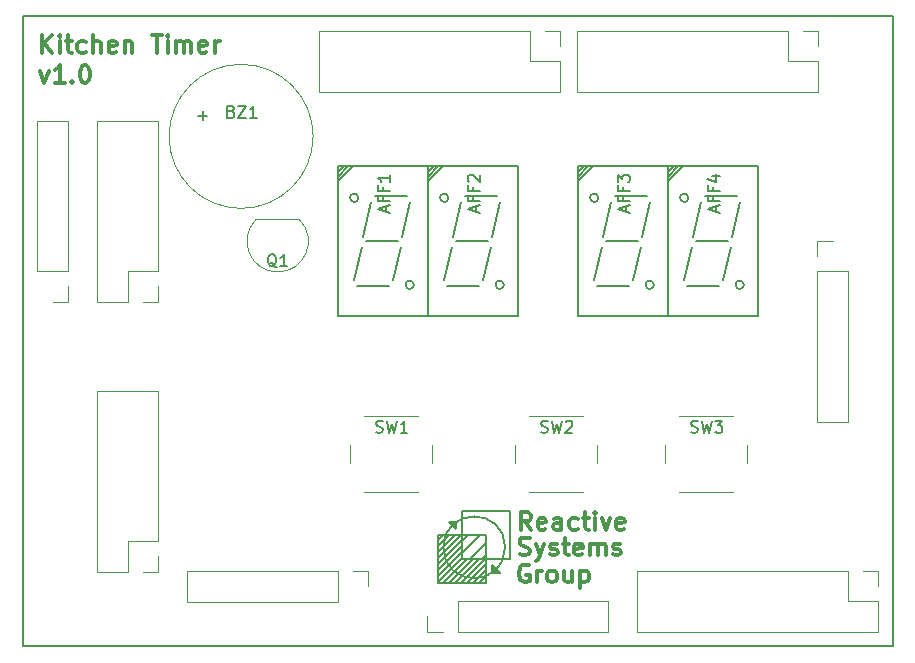
<source format=gbr>
G04 #@! TF.FileFunction,Legend,Top*
%FSLAX46Y46*%
G04 Gerber Fmt 4.6, Leading zero omitted, Abs format (unit mm)*
G04 Created by KiCad (PCBNEW 4.0.7) date Fri Jun  7 08:16:43 2019*
%MOMM*%
%LPD*%
G01*
G04 APERTURE LIST*
%ADD10C,0.100000*%
%ADD11C,0.300000*%
%ADD12C,0.200000*%
%ADD13C,0.150000*%
%ADD14C,0.120000*%
G04 APERTURE END LIST*
D10*
D11*
X19407143Y-20866571D02*
X19407143Y-19366571D01*
X20264286Y-20866571D02*
X19621429Y-20009429D01*
X20264286Y-19366571D02*
X19407143Y-20223714D01*
X20907143Y-20866571D02*
X20907143Y-19866571D01*
X20907143Y-19366571D02*
X20835714Y-19438000D01*
X20907143Y-19509429D01*
X20978571Y-19438000D01*
X20907143Y-19366571D01*
X20907143Y-19509429D01*
X21407143Y-19866571D02*
X21978572Y-19866571D01*
X21621429Y-19366571D02*
X21621429Y-20652286D01*
X21692857Y-20795143D01*
X21835715Y-20866571D01*
X21978572Y-20866571D01*
X23121429Y-20795143D02*
X22978572Y-20866571D01*
X22692858Y-20866571D01*
X22550000Y-20795143D01*
X22478572Y-20723714D01*
X22407143Y-20580857D01*
X22407143Y-20152286D01*
X22478572Y-20009429D01*
X22550000Y-19938000D01*
X22692858Y-19866571D01*
X22978572Y-19866571D01*
X23121429Y-19938000D01*
X23764286Y-20866571D02*
X23764286Y-19366571D01*
X24407143Y-20866571D02*
X24407143Y-20080857D01*
X24335714Y-19938000D01*
X24192857Y-19866571D01*
X23978572Y-19866571D01*
X23835714Y-19938000D01*
X23764286Y-20009429D01*
X25692857Y-20795143D02*
X25550000Y-20866571D01*
X25264286Y-20866571D01*
X25121429Y-20795143D01*
X25050000Y-20652286D01*
X25050000Y-20080857D01*
X25121429Y-19938000D01*
X25264286Y-19866571D01*
X25550000Y-19866571D01*
X25692857Y-19938000D01*
X25764286Y-20080857D01*
X25764286Y-20223714D01*
X25050000Y-20366571D01*
X26407143Y-19866571D02*
X26407143Y-20866571D01*
X26407143Y-20009429D02*
X26478571Y-19938000D01*
X26621429Y-19866571D01*
X26835714Y-19866571D01*
X26978571Y-19938000D01*
X27050000Y-20080857D01*
X27050000Y-20866571D01*
X28692857Y-19366571D02*
X29550000Y-19366571D01*
X29121429Y-20866571D02*
X29121429Y-19366571D01*
X30050000Y-20866571D02*
X30050000Y-19866571D01*
X30050000Y-19366571D02*
X29978571Y-19438000D01*
X30050000Y-19509429D01*
X30121428Y-19438000D01*
X30050000Y-19366571D01*
X30050000Y-19509429D01*
X30764286Y-20866571D02*
X30764286Y-19866571D01*
X30764286Y-20009429D02*
X30835714Y-19938000D01*
X30978572Y-19866571D01*
X31192857Y-19866571D01*
X31335714Y-19938000D01*
X31407143Y-20080857D01*
X31407143Y-20866571D01*
X31407143Y-20080857D02*
X31478572Y-19938000D01*
X31621429Y-19866571D01*
X31835714Y-19866571D01*
X31978572Y-19938000D01*
X32050000Y-20080857D01*
X32050000Y-20866571D01*
X33335714Y-20795143D02*
X33192857Y-20866571D01*
X32907143Y-20866571D01*
X32764286Y-20795143D01*
X32692857Y-20652286D01*
X32692857Y-20080857D01*
X32764286Y-19938000D01*
X32907143Y-19866571D01*
X33192857Y-19866571D01*
X33335714Y-19938000D01*
X33407143Y-20080857D01*
X33407143Y-20223714D01*
X32692857Y-20366571D01*
X34050000Y-20866571D02*
X34050000Y-19866571D01*
X34050000Y-20152286D02*
X34121428Y-20009429D01*
X34192857Y-19938000D01*
X34335714Y-19866571D01*
X34478571Y-19866571D01*
X19264286Y-22416571D02*
X19621429Y-23416571D01*
X19978571Y-22416571D01*
X21335714Y-23416571D02*
X20478571Y-23416571D01*
X20907143Y-23416571D02*
X20907143Y-21916571D01*
X20764286Y-22130857D01*
X20621428Y-22273714D01*
X20478571Y-22345143D01*
X21978571Y-23273714D02*
X22049999Y-23345143D01*
X21978571Y-23416571D01*
X21907142Y-23345143D01*
X21978571Y-23273714D01*
X21978571Y-23416571D01*
X22978571Y-21916571D02*
X23121428Y-21916571D01*
X23264285Y-21988000D01*
X23335714Y-22059429D01*
X23407143Y-22202286D01*
X23478571Y-22488000D01*
X23478571Y-22845143D01*
X23407143Y-23130857D01*
X23335714Y-23273714D01*
X23264285Y-23345143D01*
X23121428Y-23416571D01*
X22978571Y-23416571D01*
X22835714Y-23345143D01*
X22764285Y-23273714D01*
X22692857Y-23130857D01*
X22621428Y-22845143D01*
X22621428Y-22488000D01*
X22692857Y-22202286D01*
X22764285Y-22059429D01*
X22835714Y-21988000D01*
X22978571Y-21916571D01*
D12*
X57785000Y-64770000D02*
X57912000Y-64770000D01*
X57658000Y-64516000D02*
X57658000Y-64770000D01*
X57531000Y-64897000D02*
X57531000Y-64262000D01*
X58166000Y-64897000D02*
X57531000Y-64897000D01*
X57531000Y-64262000D02*
X58166000Y-64897000D01*
X54483000Y-60706000D02*
X54356000Y-60833000D01*
X54102000Y-60706000D02*
X54483000Y-60706000D01*
X54483000Y-61087000D02*
X54102000Y-60706000D01*
X54483000Y-60579000D02*
X54483000Y-61087000D01*
X53848000Y-60579000D02*
X54483000Y-60579000D01*
X54483000Y-61214000D02*
X53848000Y-60579000D01*
X56896000Y-65786000D02*
X57023000Y-65659000D01*
X56388000Y-65786000D02*
X57023000Y-65151000D01*
X57023000Y-64643000D02*
X56388000Y-65278000D01*
X55880000Y-65786000D02*
X57023000Y-64643000D01*
X55372000Y-65786000D02*
X57023000Y-64135000D01*
X54864000Y-65786000D02*
X56896000Y-63754000D01*
X54356000Y-65786000D02*
X56388000Y-63754000D01*
X53848000Y-65786000D02*
X55880000Y-63754000D01*
X53340000Y-65786000D02*
X55372000Y-63754000D01*
X54991000Y-63627000D02*
X54991000Y-63500000D01*
X52959000Y-65659000D02*
X54991000Y-63627000D01*
X52959000Y-65151000D02*
X54991000Y-63119000D01*
X52959000Y-64643000D02*
X54991000Y-62611000D01*
X52959000Y-64135000D02*
X54991000Y-62103000D01*
X52959000Y-63627000D02*
X54864000Y-61722000D01*
X52959000Y-63119000D02*
X54356000Y-61722000D01*
X52959000Y-62611000D02*
X53848000Y-61722000D01*
X52959000Y-62103000D02*
X53340000Y-61722000D01*
X56642000Y-63754000D02*
X57023000Y-63373000D01*
X55626000Y-63754000D02*
X57023000Y-62357000D01*
X54991000Y-63246000D02*
X56515000Y-61722000D01*
X54991000Y-62230000D02*
X55499000Y-61722000D01*
X58622090Y-62738000D02*
G75*
G03X58622090Y-62738000I-2615090J0D01*
G01*
X52959000Y-61722000D02*
X57023000Y-61722000D01*
X52959000Y-65786000D02*
X52959000Y-61722000D01*
X57023000Y-65786000D02*
X52959000Y-65786000D01*
X57023000Y-61722000D02*
X57023000Y-65786000D01*
X54991000Y-59690000D02*
X59055000Y-59690000D01*
X54991000Y-63754000D02*
X54991000Y-59690000D01*
X59055000Y-63754000D02*
X54991000Y-63754000D01*
X59055000Y-59690000D02*
X59055000Y-63754000D01*
D11*
X60630857Y-64274000D02*
X60488000Y-64202571D01*
X60273714Y-64202571D01*
X60059429Y-64274000D01*
X59916571Y-64416857D01*
X59845143Y-64559714D01*
X59773714Y-64845429D01*
X59773714Y-65059714D01*
X59845143Y-65345429D01*
X59916571Y-65488286D01*
X60059429Y-65631143D01*
X60273714Y-65702571D01*
X60416571Y-65702571D01*
X60630857Y-65631143D01*
X60702286Y-65559714D01*
X60702286Y-65059714D01*
X60416571Y-65059714D01*
X61345143Y-65702571D02*
X61345143Y-64702571D01*
X61345143Y-64988286D02*
X61416571Y-64845429D01*
X61488000Y-64774000D01*
X61630857Y-64702571D01*
X61773714Y-64702571D01*
X62488000Y-65702571D02*
X62345142Y-65631143D01*
X62273714Y-65559714D01*
X62202285Y-65416857D01*
X62202285Y-64988286D01*
X62273714Y-64845429D01*
X62345142Y-64774000D01*
X62488000Y-64702571D01*
X62702285Y-64702571D01*
X62845142Y-64774000D01*
X62916571Y-64845429D01*
X62988000Y-64988286D01*
X62988000Y-65416857D01*
X62916571Y-65559714D01*
X62845142Y-65631143D01*
X62702285Y-65702571D01*
X62488000Y-65702571D01*
X64273714Y-64702571D02*
X64273714Y-65702571D01*
X63630857Y-64702571D02*
X63630857Y-65488286D01*
X63702285Y-65631143D01*
X63845143Y-65702571D01*
X64059428Y-65702571D01*
X64202285Y-65631143D01*
X64273714Y-65559714D01*
X64988000Y-64702571D02*
X64988000Y-66202571D01*
X64988000Y-64774000D02*
X65130857Y-64702571D01*
X65416571Y-64702571D01*
X65559428Y-64774000D01*
X65630857Y-64845429D01*
X65702286Y-64988286D01*
X65702286Y-65416857D01*
X65630857Y-65559714D01*
X65559428Y-65631143D01*
X65416571Y-65702571D01*
X65130857Y-65702571D01*
X64988000Y-65631143D01*
X59849286Y-63345143D02*
X60063572Y-63416571D01*
X60420715Y-63416571D01*
X60563572Y-63345143D01*
X60635001Y-63273714D01*
X60706429Y-63130857D01*
X60706429Y-62988000D01*
X60635001Y-62845143D01*
X60563572Y-62773714D01*
X60420715Y-62702286D01*
X60135001Y-62630857D01*
X59992143Y-62559429D01*
X59920715Y-62488000D01*
X59849286Y-62345143D01*
X59849286Y-62202286D01*
X59920715Y-62059429D01*
X59992143Y-61988000D01*
X60135001Y-61916571D01*
X60492143Y-61916571D01*
X60706429Y-61988000D01*
X61206429Y-62416571D02*
X61563572Y-63416571D01*
X61920714Y-62416571D02*
X61563572Y-63416571D01*
X61420714Y-63773714D01*
X61349286Y-63845143D01*
X61206429Y-63916571D01*
X62420714Y-63345143D02*
X62563571Y-63416571D01*
X62849286Y-63416571D01*
X62992143Y-63345143D01*
X63063571Y-63202286D01*
X63063571Y-63130857D01*
X62992143Y-62988000D01*
X62849286Y-62916571D01*
X62635000Y-62916571D01*
X62492143Y-62845143D01*
X62420714Y-62702286D01*
X62420714Y-62630857D01*
X62492143Y-62488000D01*
X62635000Y-62416571D01*
X62849286Y-62416571D01*
X62992143Y-62488000D01*
X63492143Y-62416571D02*
X64063572Y-62416571D01*
X63706429Y-61916571D02*
X63706429Y-63202286D01*
X63777857Y-63345143D01*
X63920715Y-63416571D01*
X64063572Y-63416571D01*
X65135000Y-63345143D02*
X64992143Y-63416571D01*
X64706429Y-63416571D01*
X64563572Y-63345143D01*
X64492143Y-63202286D01*
X64492143Y-62630857D01*
X64563572Y-62488000D01*
X64706429Y-62416571D01*
X64992143Y-62416571D01*
X65135000Y-62488000D01*
X65206429Y-62630857D01*
X65206429Y-62773714D01*
X64492143Y-62916571D01*
X65849286Y-63416571D02*
X65849286Y-62416571D01*
X65849286Y-62559429D02*
X65920714Y-62488000D01*
X66063572Y-62416571D01*
X66277857Y-62416571D01*
X66420714Y-62488000D01*
X66492143Y-62630857D01*
X66492143Y-63416571D01*
X66492143Y-62630857D02*
X66563572Y-62488000D01*
X66706429Y-62416571D01*
X66920714Y-62416571D01*
X67063572Y-62488000D01*
X67135000Y-62630857D01*
X67135000Y-63416571D01*
X67777857Y-63345143D02*
X67920714Y-63416571D01*
X68206429Y-63416571D01*
X68349286Y-63345143D01*
X68420714Y-63202286D01*
X68420714Y-63130857D01*
X68349286Y-62988000D01*
X68206429Y-62916571D01*
X67992143Y-62916571D01*
X67849286Y-62845143D01*
X67777857Y-62702286D01*
X67777857Y-62630857D01*
X67849286Y-62488000D01*
X67992143Y-62416571D01*
X68206429Y-62416571D01*
X68349286Y-62488000D01*
X60825572Y-61257571D02*
X60325572Y-60543286D01*
X59968429Y-61257571D02*
X59968429Y-59757571D01*
X60539857Y-59757571D01*
X60682715Y-59829000D01*
X60754143Y-59900429D01*
X60825572Y-60043286D01*
X60825572Y-60257571D01*
X60754143Y-60400429D01*
X60682715Y-60471857D01*
X60539857Y-60543286D01*
X59968429Y-60543286D01*
X62039857Y-61186143D02*
X61897000Y-61257571D01*
X61611286Y-61257571D01*
X61468429Y-61186143D01*
X61397000Y-61043286D01*
X61397000Y-60471857D01*
X61468429Y-60329000D01*
X61611286Y-60257571D01*
X61897000Y-60257571D01*
X62039857Y-60329000D01*
X62111286Y-60471857D01*
X62111286Y-60614714D01*
X61397000Y-60757571D01*
X63397000Y-61257571D02*
X63397000Y-60471857D01*
X63325571Y-60329000D01*
X63182714Y-60257571D01*
X62897000Y-60257571D01*
X62754143Y-60329000D01*
X63397000Y-61186143D02*
X63254143Y-61257571D01*
X62897000Y-61257571D01*
X62754143Y-61186143D01*
X62682714Y-61043286D01*
X62682714Y-60900429D01*
X62754143Y-60757571D01*
X62897000Y-60686143D01*
X63254143Y-60686143D01*
X63397000Y-60614714D01*
X64754143Y-61186143D02*
X64611286Y-61257571D01*
X64325572Y-61257571D01*
X64182714Y-61186143D01*
X64111286Y-61114714D01*
X64039857Y-60971857D01*
X64039857Y-60543286D01*
X64111286Y-60400429D01*
X64182714Y-60329000D01*
X64325572Y-60257571D01*
X64611286Y-60257571D01*
X64754143Y-60329000D01*
X65182714Y-60257571D02*
X65754143Y-60257571D01*
X65397000Y-59757571D02*
X65397000Y-61043286D01*
X65468428Y-61186143D01*
X65611286Y-61257571D01*
X65754143Y-61257571D01*
X66254143Y-61257571D02*
X66254143Y-60257571D01*
X66254143Y-59757571D02*
X66182714Y-59829000D01*
X66254143Y-59900429D01*
X66325571Y-59829000D01*
X66254143Y-59757571D01*
X66254143Y-59900429D01*
X66825572Y-60257571D02*
X67182715Y-61257571D01*
X67539857Y-60257571D01*
X68682714Y-61186143D02*
X68539857Y-61257571D01*
X68254143Y-61257571D01*
X68111286Y-61186143D01*
X68039857Y-61043286D01*
X68039857Y-60471857D01*
X68111286Y-60329000D01*
X68254143Y-60257571D01*
X68539857Y-60257571D01*
X68682714Y-60329000D01*
X68754143Y-60471857D01*
X68754143Y-60614714D01*
X68039857Y-60757571D01*
D13*
X17780000Y-71120000D02*
X17780000Y-17780000D01*
X91440000Y-71120000D02*
X17780000Y-71120000D01*
X91440000Y-17780000D02*
X91440000Y-71120000D01*
X17780000Y-17780000D02*
X91440000Y-17780000D01*
X44450000Y-31750000D02*
X45720000Y-30480000D01*
X46206210Y-33147000D02*
G75*
G03X46206210Y-33147000I-359210J0D01*
G01*
X50905210Y-40513000D02*
G75*
G03X50905210Y-40513000I-359210J0D01*
G01*
X45847000Y-40132000D02*
X46482000Y-37338000D01*
X49149000Y-40132000D02*
X49784000Y-37338000D01*
X49911000Y-36449000D02*
X50546000Y-33528000D01*
X46609000Y-36449000D02*
X47244000Y-33528000D01*
X46101000Y-40640000D02*
X48768000Y-40640000D01*
X47625000Y-33020000D02*
X50292000Y-33020000D01*
X46863000Y-36830000D02*
X49530000Y-36830000D01*
X44450000Y-30988000D02*
X44958000Y-30480000D01*
X44450000Y-31369000D02*
X45339000Y-30480000D01*
X52070000Y-30480000D02*
X44450000Y-30480000D01*
X44450000Y-30480000D02*
X44450000Y-43180000D01*
X44450000Y-43180000D02*
X52070000Y-43180000D01*
X52070000Y-43180000D02*
X52070000Y-30480000D01*
X64770000Y-31750000D02*
X66040000Y-30480000D01*
X66526210Y-33147000D02*
G75*
G03X66526210Y-33147000I-359210J0D01*
G01*
X71225210Y-40513000D02*
G75*
G03X71225210Y-40513000I-359210J0D01*
G01*
X66167000Y-40132000D02*
X66802000Y-37338000D01*
X69469000Y-40132000D02*
X70104000Y-37338000D01*
X70231000Y-36449000D02*
X70866000Y-33528000D01*
X66929000Y-36449000D02*
X67564000Y-33528000D01*
X66421000Y-40640000D02*
X69088000Y-40640000D01*
X67945000Y-33020000D02*
X70612000Y-33020000D01*
X67183000Y-36830000D02*
X69850000Y-36830000D01*
X64770000Y-30988000D02*
X65278000Y-30480000D01*
X64770000Y-31369000D02*
X65659000Y-30480000D01*
X72390000Y-30480000D02*
X64770000Y-30480000D01*
X64770000Y-30480000D02*
X64770000Y-43180000D01*
X64770000Y-43180000D02*
X72390000Y-43180000D01*
X72390000Y-43180000D02*
X72390000Y-30480000D01*
X72390000Y-31750000D02*
X73660000Y-30480000D01*
X74146210Y-33147000D02*
G75*
G03X74146210Y-33147000I-359210J0D01*
G01*
X78845210Y-40513000D02*
G75*
G03X78845210Y-40513000I-359210J0D01*
G01*
X73787000Y-40132000D02*
X74422000Y-37338000D01*
X77089000Y-40132000D02*
X77724000Y-37338000D01*
X77851000Y-36449000D02*
X78486000Y-33528000D01*
X74549000Y-36449000D02*
X75184000Y-33528000D01*
X74041000Y-40640000D02*
X76708000Y-40640000D01*
X75565000Y-33020000D02*
X78232000Y-33020000D01*
X74803000Y-36830000D02*
X77470000Y-36830000D01*
X72390000Y-30988000D02*
X72898000Y-30480000D01*
X72390000Y-31369000D02*
X73279000Y-30480000D01*
X80010000Y-30480000D02*
X72390000Y-30480000D01*
X72390000Y-30480000D02*
X72390000Y-43180000D01*
X72390000Y-43180000D02*
X80010000Y-43180000D01*
X80010000Y-43180000D02*
X80010000Y-30480000D01*
X52070000Y-31750000D02*
X53340000Y-30480000D01*
X53826210Y-33147000D02*
G75*
G03X53826210Y-33147000I-359210J0D01*
G01*
X58525210Y-40513000D02*
G75*
G03X58525210Y-40513000I-359210J0D01*
G01*
X53467000Y-40132000D02*
X54102000Y-37338000D01*
X56769000Y-40132000D02*
X57404000Y-37338000D01*
X57531000Y-36449000D02*
X58166000Y-33528000D01*
X54229000Y-36449000D02*
X54864000Y-33528000D01*
X53721000Y-40640000D02*
X56388000Y-40640000D01*
X55245000Y-33020000D02*
X57912000Y-33020000D01*
X54483000Y-36830000D02*
X57150000Y-36830000D01*
X52070000Y-30988000D02*
X52578000Y-30480000D01*
X52070000Y-31369000D02*
X52959000Y-30480000D01*
X59690000Y-30480000D02*
X52070000Y-30480000D01*
X52070000Y-30480000D02*
X52070000Y-43180000D01*
X52070000Y-43180000D02*
X59690000Y-43180000D01*
X59690000Y-43180000D02*
X59690000Y-30480000D01*
D14*
X21650000Y-26610000D02*
X18990000Y-26610000D01*
X21650000Y-39370000D02*
X21650000Y-26610000D01*
X18990000Y-39370000D02*
X18990000Y-26610000D01*
X21650000Y-39370000D02*
X18990000Y-39370000D01*
X21650000Y-40640000D02*
X21650000Y-41970000D01*
X21650000Y-41970000D02*
X20320000Y-41970000D01*
X69790000Y-64710000D02*
X69790000Y-69910000D01*
X87630000Y-64710000D02*
X69790000Y-64710000D01*
X90230000Y-69910000D02*
X69790000Y-69910000D01*
X87630000Y-64710000D02*
X87630000Y-67310000D01*
X87630000Y-67310000D02*
X90230000Y-67310000D01*
X90230000Y-67310000D02*
X90230000Y-69910000D01*
X88900000Y-64710000D02*
X90230000Y-64710000D01*
X90230000Y-64710000D02*
X90230000Y-66040000D01*
X31690000Y-64710000D02*
X31690000Y-67370000D01*
X44450000Y-64710000D02*
X31690000Y-64710000D01*
X44450000Y-67370000D02*
X31690000Y-67370000D01*
X44450000Y-64710000D02*
X44450000Y-67370000D01*
X45720000Y-64710000D02*
X47050000Y-64710000D01*
X47050000Y-64710000D02*
X47050000Y-66040000D01*
X42866000Y-18990000D02*
X42866000Y-24190000D01*
X60706000Y-18990000D02*
X42866000Y-18990000D01*
X63306000Y-24190000D02*
X42866000Y-24190000D01*
X60706000Y-18990000D02*
X60706000Y-21590000D01*
X60706000Y-21590000D02*
X63306000Y-21590000D01*
X63306000Y-21590000D02*
X63306000Y-24190000D01*
X61976000Y-18990000D02*
X63306000Y-18990000D01*
X63306000Y-18990000D02*
X63306000Y-20320000D01*
X67370000Y-69910000D02*
X67370000Y-67250000D01*
X54610000Y-69910000D02*
X67370000Y-69910000D01*
X54610000Y-67250000D02*
X67370000Y-67250000D01*
X54610000Y-69910000D02*
X54610000Y-67250000D01*
X53340000Y-69910000D02*
X52010000Y-69910000D01*
X52010000Y-69910000D02*
X52010000Y-68580000D01*
X64710000Y-18990000D02*
X64710000Y-24190000D01*
X82550000Y-18990000D02*
X64710000Y-18990000D01*
X85150000Y-24190000D02*
X64710000Y-24190000D01*
X82550000Y-18990000D02*
X82550000Y-21590000D01*
X82550000Y-21590000D02*
X85150000Y-21590000D01*
X85150000Y-21590000D02*
X85150000Y-24190000D01*
X83820000Y-18990000D02*
X85150000Y-18990000D01*
X85150000Y-18990000D02*
X85150000Y-20320000D01*
X85030000Y-52130000D02*
X87690000Y-52130000D01*
X85030000Y-39370000D02*
X85030000Y-52130000D01*
X87690000Y-39370000D02*
X87690000Y-52130000D01*
X85030000Y-39370000D02*
X87690000Y-39370000D01*
X85030000Y-38100000D02*
X85030000Y-36770000D01*
X85030000Y-36770000D02*
X86360000Y-36770000D01*
X29270000Y-26610000D02*
X24070000Y-26610000D01*
X29270000Y-39370000D02*
X29270000Y-26610000D01*
X24070000Y-41970000D02*
X24070000Y-26610000D01*
X29270000Y-39370000D02*
X26670000Y-39370000D01*
X26670000Y-39370000D02*
X26670000Y-41970000D01*
X26670000Y-41970000D02*
X24070000Y-41970000D01*
X29270000Y-40640000D02*
X29270000Y-41970000D01*
X29270000Y-41970000D02*
X27940000Y-41970000D01*
X29270000Y-49470000D02*
X24070000Y-49470000D01*
X29270000Y-62230000D02*
X29270000Y-49470000D01*
X24070000Y-64830000D02*
X24070000Y-49470000D01*
X29270000Y-62230000D02*
X26670000Y-62230000D01*
X26670000Y-62230000D02*
X26670000Y-64830000D01*
X26670000Y-64830000D02*
X24070000Y-64830000D01*
X29270000Y-63500000D02*
X29270000Y-64830000D01*
X29270000Y-64830000D02*
X27940000Y-64830000D01*
X42370000Y-27940000D02*
G75*
G03X42370000Y-27940000I-6100000J0D01*
G01*
X41170000Y-34980000D02*
X37570000Y-34980000D01*
X41208478Y-34991522D02*
G75*
G02X39370000Y-39430000I-1838478J-1838478D01*
G01*
X37531522Y-34991522D02*
G75*
G03X39370000Y-39430000I1838478J-1838478D01*
G01*
X46720000Y-58078000D02*
X51220000Y-58078000D01*
X45470000Y-54078000D02*
X45470000Y-55578000D01*
X51220000Y-51578000D02*
X46720000Y-51578000D01*
X52470000Y-55578000D02*
X52470000Y-54078000D01*
X60690000Y-58078000D02*
X65190000Y-58078000D01*
X59440000Y-54078000D02*
X59440000Y-55578000D01*
X65190000Y-51578000D02*
X60690000Y-51578000D01*
X66440000Y-55578000D02*
X66440000Y-54078000D01*
X73390000Y-58078000D02*
X77890000Y-58078000D01*
X72140000Y-54078000D02*
X72140000Y-55578000D01*
X77890000Y-51578000D02*
X73390000Y-51578000D01*
X79140000Y-55578000D02*
X79140000Y-54078000D01*
D13*
X48553667Y-34337429D02*
X48553667Y-33861238D01*
X48839381Y-34432667D02*
X47839381Y-34099334D01*
X48839381Y-33766000D01*
X48315571Y-33099333D02*
X48315571Y-33432667D01*
X48839381Y-33432667D02*
X47839381Y-33432667D01*
X47839381Y-32956476D01*
X48315571Y-32242190D02*
X48315571Y-32575524D01*
X48839381Y-32575524D02*
X47839381Y-32575524D01*
X47839381Y-32099333D01*
X48839381Y-31194571D02*
X48839381Y-31766000D01*
X48839381Y-31480286D02*
X47839381Y-31480286D01*
X47982238Y-31575524D01*
X48077476Y-31670762D01*
X48125095Y-31766000D01*
X68873667Y-34337429D02*
X68873667Y-33861238D01*
X69159381Y-34432667D02*
X68159381Y-34099334D01*
X69159381Y-33766000D01*
X68635571Y-33099333D02*
X68635571Y-33432667D01*
X69159381Y-33432667D02*
X68159381Y-33432667D01*
X68159381Y-32956476D01*
X68635571Y-32242190D02*
X68635571Y-32575524D01*
X69159381Y-32575524D02*
X68159381Y-32575524D01*
X68159381Y-32099333D01*
X68159381Y-31813619D02*
X68159381Y-31194571D01*
X68540333Y-31527905D01*
X68540333Y-31385047D01*
X68587952Y-31289809D01*
X68635571Y-31242190D01*
X68730810Y-31194571D01*
X68968905Y-31194571D01*
X69064143Y-31242190D01*
X69111762Y-31289809D01*
X69159381Y-31385047D01*
X69159381Y-31670762D01*
X69111762Y-31766000D01*
X69064143Y-31813619D01*
X76493667Y-34337429D02*
X76493667Y-33861238D01*
X76779381Y-34432667D02*
X75779381Y-34099334D01*
X76779381Y-33766000D01*
X76255571Y-33099333D02*
X76255571Y-33432667D01*
X76779381Y-33432667D02*
X75779381Y-33432667D01*
X75779381Y-32956476D01*
X76255571Y-32242190D02*
X76255571Y-32575524D01*
X76779381Y-32575524D02*
X75779381Y-32575524D01*
X75779381Y-32099333D01*
X76112714Y-31289809D02*
X76779381Y-31289809D01*
X75731762Y-31527905D02*
X76446048Y-31766000D01*
X76446048Y-31146952D01*
X56173667Y-34337429D02*
X56173667Y-33861238D01*
X56459381Y-34432667D02*
X55459381Y-34099334D01*
X56459381Y-33766000D01*
X55935571Y-33099333D02*
X55935571Y-33432667D01*
X56459381Y-33432667D02*
X55459381Y-33432667D01*
X55459381Y-32956476D01*
X55935571Y-32242190D02*
X55935571Y-32575524D01*
X56459381Y-32575524D02*
X55459381Y-32575524D01*
X55459381Y-32099333D01*
X55554619Y-31766000D02*
X55507000Y-31718381D01*
X55459381Y-31623143D01*
X55459381Y-31385047D01*
X55507000Y-31289809D01*
X55554619Y-31242190D01*
X55649857Y-31194571D01*
X55745095Y-31194571D01*
X55887952Y-31242190D01*
X56459381Y-31813619D01*
X56459381Y-31194571D01*
X35441048Y-25836571D02*
X35583905Y-25884190D01*
X35631524Y-25931810D01*
X35679143Y-26027048D01*
X35679143Y-26169905D01*
X35631524Y-26265143D01*
X35583905Y-26312762D01*
X35488667Y-26360381D01*
X35107714Y-26360381D01*
X35107714Y-25360381D01*
X35441048Y-25360381D01*
X35536286Y-25408000D01*
X35583905Y-25455619D01*
X35631524Y-25550857D01*
X35631524Y-25646095D01*
X35583905Y-25741333D01*
X35536286Y-25788952D01*
X35441048Y-25836571D01*
X35107714Y-25836571D01*
X36012476Y-25360381D02*
X36679143Y-25360381D01*
X36012476Y-26360381D01*
X36679143Y-26360381D01*
X37583905Y-26360381D02*
X37012476Y-26360381D01*
X37298190Y-26360381D02*
X37298190Y-25360381D01*
X37202952Y-25503238D01*
X37107714Y-25598476D01*
X37012476Y-25646095D01*
X32639048Y-26211429D02*
X33400953Y-26211429D01*
X33020001Y-26592381D02*
X33020001Y-25830476D01*
X39274762Y-39028619D02*
X39179524Y-38981000D01*
X39084286Y-38885762D01*
X38941429Y-38742905D01*
X38846190Y-38695286D01*
X38750952Y-38695286D01*
X38798571Y-38933381D02*
X38703333Y-38885762D01*
X38608095Y-38790524D01*
X38560476Y-38600048D01*
X38560476Y-38266714D01*
X38608095Y-38076238D01*
X38703333Y-37981000D01*
X38798571Y-37933381D01*
X38989048Y-37933381D01*
X39084286Y-37981000D01*
X39179524Y-38076238D01*
X39227143Y-38266714D01*
X39227143Y-38600048D01*
X39179524Y-38790524D01*
X39084286Y-38885762D01*
X38989048Y-38933381D01*
X38798571Y-38933381D01*
X40179524Y-38933381D02*
X39608095Y-38933381D01*
X39893809Y-38933381D02*
X39893809Y-37933381D01*
X39798571Y-38076238D01*
X39703333Y-38171476D01*
X39608095Y-38219095D01*
X47688667Y-52982762D02*
X47831524Y-53030381D01*
X48069620Y-53030381D01*
X48164858Y-52982762D01*
X48212477Y-52935143D01*
X48260096Y-52839905D01*
X48260096Y-52744667D01*
X48212477Y-52649429D01*
X48164858Y-52601810D01*
X48069620Y-52554190D01*
X47879143Y-52506571D01*
X47783905Y-52458952D01*
X47736286Y-52411333D01*
X47688667Y-52316095D01*
X47688667Y-52220857D01*
X47736286Y-52125619D01*
X47783905Y-52078000D01*
X47879143Y-52030381D01*
X48117239Y-52030381D01*
X48260096Y-52078000D01*
X48593429Y-52030381D02*
X48831524Y-53030381D01*
X49022001Y-52316095D01*
X49212477Y-53030381D01*
X49450572Y-52030381D01*
X50355334Y-53030381D02*
X49783905Y-53030381D01*
X50069619Y-53030381D02*
X50069619Y-52030381D01*
X49974381Y-52173238D01*
X49879143Y-52268476D01*
X49783905Y-52316095D01*
X61658667Y-52982762D02*
X61801524Y-53030381D01*
X62039620Y-53030381D01*
X62134858Y-52982762D01*
X62182477Y-52935143D01*
X62230096Y-52839905D01*
X62230096Y-52744667D01*
X62182477Y-52649429D01*
X62134858Y-52601810D01*
X62039620Y-52554190D01*
X61849143Y-52506571D01*
X61753905Y-52458952D01*
X61706286Y-52411333D01*
X61658667Y-52316095D01*
X61658667Y-52220857D01*
X61706286Y-52125619D01*
X61753905Y-52078000D01*
X61849143Y-52030381D01*
X62087239Y-52030381D01*
X62230096Y-52078000D01*
X62563429Y-52030381D02*
X62801524Y-53030381D01*
X62992001Y-52316095D01*
X63182477Y-53030381D01*
X63420572Y-52030381D01*
X63753905Y-52125619D02*
X63801524Y-52078000D01*
X63896762Y-52030381D01*
X64134858Y-52030381D01*
X64230096Y-52078000D01*
X64277715Y-52125619D01*
X64325334Y-52220857D01*
X64325334Y-52316095D01*
X64277715Y-52458952D01*
X63706286Y-53030381D01*
X64325334Y-53030381D01*
X74358667Y-52982762D02*
X74501524Y-53030381D01*
X74739620Y-53030381D01*
X74834858Y-52982762D01*
X74882477Y-52935143D01*
X74930096Y-52839905D01*
X74930096Y-52744667D01*
X74882477Y-52649429D01*
X74834858Y-52601810D01*
X74739620Y-52554190D01*
X74549143Y-52506571D01*
X74453905Y-52458952D01*
X74406286Y-52411333D01*
X74358667Y-52316095D01*
X74358667Y-52220857D01*
X74406286Y-52125619D01*
X74453905Y-52078000D01*
X74549143Y-52030381D01*
X74787239Y-52030381D01*
X74930096Y-52078000D01*
X75263429Y-52030381D02*
X75501524Y-53030381D01*
X75692001Y-52316095D01*
X75882477Y-53030381D01*
X76120572Y-52030381D01*
X76406286Y-52030381D02*
X77025334Y-52030381D01*
X76692000Y-52411333D01*
X76834858Y-52411333D01*
X76930096Y-52458952D01*
X76977715Y-52506571D01*
X77025334Y-52601810D01*
X77025334Y-52839905D01*
X76977715Y-52935143D01*
X76930096Y-52982762D01*
X76834858Y-53030381D01*
X76549143Y-53030381D01*
X76453905Y-52982762D01*
X76406286Y-52935143D01*
M02*

</source>
